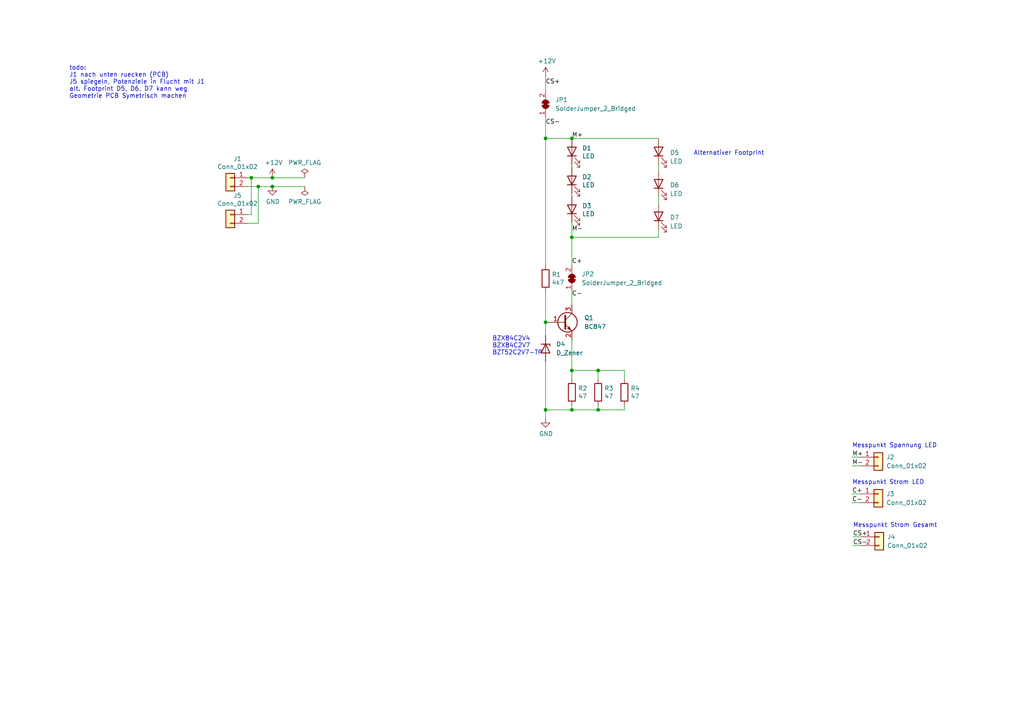
<source format=kicad_sch>
(kicad_sch (version 20231120) (generator "eeschema") (generator_version "8.0")
  (paper "A4")
  (lib_symbols
    (symbol "Connector_Generic:Conn_01x02" (pin_names (offset 1.016) hide)
      (property "Reference" "J" (at 0 2.54 0))
      (property "Value" "Conn_01x02" (at 0 -5.08 0))
      (symbol "Conn_01x02_1_1"
        (rectangle (start -1.27 -2.413) (end 0 -2.667) (stroke (width 0.1524)))
        (rectangle (start -1.27 0.127) (end 0 -0.127) (stroke (width 0.1524)))
        (rectangle (start -1.27 1.27) (end 1.27 -3.81) (stroke (width 0.254)) (fill (type background)))
        (pin passive line (at -5.08 0 0) (length 3.81) (name "Pin_1") (number "1"))
        (pin passive line (at -5.08 -2.54 0) (length 3.81) (name "Pin_2") (number "2"))
      )
    )
    (symbol "Device:D_Zener" (pin_numbers hide) (pin_names (offset 1.016) hide)
      (property "Reference" "D" (at 0 2.54 0))
      (property "Value" "D_Zener" (at 0 -2.54 0))
      (symbol "D_Zener_0_1"
        (polyline (pts (xy 1.27 0) (xy -1.27 0)))
        (polyline (pts (xy -1.27 -1.27) (xy -1.27 1.27) (xy -0.762 1.27)) (stroke (width 0.254)))
        (polyline (pts (xy 1.27 -1.27) (xy 1.27 1.27) (xy -1.27 0) (xy 1.27 -1.27)) (stroke (width 0.254)))
      )
      (symbol "D_Zener_1_1"
        (pin passive line (at -3.81 0 0) (length 2.54) (name "K") (number "1"))
        (pin passive line (at 3.81 0 180) (length 2.54) (name "A") (number "2"))
      )
    )
    (symbol "Device:LED" (pin_numbers hide) (pin_names (offset 1.016) hide)
      (property "Reference" "D" (at 0 2.54 0))
      (property "Value" "LED" (at 0 -2.54 0))
      (symbol "LED_0_1"
        (polyline (pts (xy -1.27 -1.27) (xy -1.27 1.27)) (stroke (width 0.254)))
        (polyline (pts (xy -1.27 0) (xy 1.27 0)))
        (polyline (pts (xy 1.27 -1.27) (xy 1.27 1.27) (xy -1.27 0) (xy 1.27 -1.27)) (stroke (width 0.254)))
        (polyline (pts (xy -3.048 -0.762) (xy -4.572 -2.286) (xy -3.81 -2.286) (xy -4.572 -2.286) (xy -4.572 -1.524)))
        (polyline (pts (xy -1.778 -0.762) (xy -3.302 -2.286) (xy -2.54 -2.286) (xy -3.302 -2.286) (xy -3.302 -1.524)))
      )
      (symbol "LED_1_1"
        (pin passive line (at -3.81 0 0) (length 2.54) (name "K") (number "1"))
        (pin passive line (at 3.81 0 180) (length 2.54) (name "A") (number "2"))
      )
    )
    (symbol "Device:R" (pin_numbers hide) (pin_names (offset 0))
      (property "Reference" "R" (at 2.032 0 90))
      (property "Value" "R" (at 0 0 90))
      (symbol "R_0_1"
        (rectangle (start -1.016 -2.54) (end 1.016 2.54) (stroke (width 0.254)))
      )
      (symbol "R_1_1"
        (pin passive line (at 0 3.81 270) (length 1.27) (name "~") (number "1"))
        (pin passive line (at 0 -3.81 90) (length 1.27) (name "~") (number "2"))
      )
    )
    (symbol "Jumper:SolderJumper_2_Bridged" (pin_names (offset 0) hide)
      (property "Reference" "JP" (at 0 2.032 0))
      (property "Value" "SolderJumper_2_Bridged" (at 0 -2.54 0))
      (symbol "SolderJumper_2_Bridged_0_1"
        (rectangle (start -0.508 0.508) (end 0.508 -0.508) (fill (type outline)))
        (arc (start -0.254 1.016) (mid -1.2655 0) (end -0.254 -1.016))
        (arc (start -0.254 1.016) (mid -1.2655 0) (end -0.254 -1.016) (fill (type outline)))
        (polyline (pts (xy -0.254 1.016) (xy -0.254 -1.016)))
        (polyline (pts (xy 0.254 1.016) (xy 0.254 -1.016)))
        (arc (start 0.254 -1.016) (mid 1.2655 0) (end 0.254 1.016))
        (arc (start 0.254 -1.016) (mid 1.2655 0) (end 0.254 1.016) (fill (type outline)))
      )
      (symbol "SolderJumper_2_Bridged_1_1"
        (pin passive line (at -3.81 0 0) (length 2.54) (name "A") (number "1"))
        (pin passive line (at 3.81 0 180) (length 2.54) (name "B") (number "2"))
      )
    )
    (symbol "Transistor_BJT:BC847" (pin_names (offset 0) hide)
      (property "Reference" "Q" (at 5.08 1.905 0))
      (property "Value" "BC847" (at 5.08 0 0))
      (symbol "BC847_0_1"
        (polyline (pts (xy 0.635 0.635) (xy 2.54 2.54)))
        (polyline (pts (xy 0.635 -0.635) (xy 2.54 -2.54) (xy 2.54 -2.54)))
        (polyline (pts (xy 0.635 1.905) (xy 0.635 -1.905) (xy 0.635 -1.905)) (stroke (width 0.508)))
        (polyline (pts (xy 1.27 -1.778) (xy 1.778 -1.27) (xy 2.286 -2.286) (xy 1.27 -1.778) (xy 1.27 -1.778)) (fill (type outline)))
        (circle (center 1.27 0) (radius 2.8194) (stroke (width 0.254)))
      )
      (symbol "BC847_1_1"
        (pin input line (at -5.08 0 0) (length 5.715) (name "B") (number "1"))
        (pin passive line (at 2.54 -5.08 90) (length 2.54) (name "E") (number "2"))
        (pin passive line (at 2.54 5.08 270) (length 2.54) (name "C") (number "3"))
      )
    )
    (symbol "power:+12V" (power) (pin_names (offset 0))
      (property "Value" "+12V" (at 0 3.556 0))
      (symbol "+12V_0_1"
        (polyline (pts (xy -0.762 1.27) (xy 0 2.54)))
        (polyline (pts (xy 0 0) (xy 0 2.54)))
        (polyline (pts (xy 0 2.54) (xy 0.762 1.27)))
      )
      (symbol "+12V_1_1"
        (pin power_in line (at 0 0 90) (length 0) hide (name "+12V") (number "1"))
      )
    )
    (symbol "power:GND" (power) (pin_names (offset 0))
      (property "Value" "GND" (at 0 -3.81 0))
      (symbol "GND_0_1"
        (polyline (pts (xy 0 0) (xy 0 -1.27) (xy 1.27 -1.27) (xy 0 -2.54) (xy -1.27 -1.27) (xy 0 -1.27)))
      )
      (symbol "GND_1_1"
        (pin power_in line (at 0 0 270) (length 0) hide (name "GND") (number "1"))
      )
    )
    (symbol "power:PWR_FLAG" (power) (pin_numbers hide) (pin_names (offset 0) hide)
      (property "Value" "PWR_FLAG" (at 0 3.81 0))
      (symbol "PWR_FLAG_0_0"
        (pin power_out line (at 0 0 90) (length 0) (name "pwr") (number "1"))
      )
      (symbol "PWR_FLAG_0_1"
        (polyline (pts (xy 0 0) (xy 0 1.27) (xy -1.016 1.905) (xy 0 2.54) (xy 1.016 1.905) (xy 0 1.27)))
      )
    )
  )
  (junction (at 158.242 40.132))
  (junction (at 173.482 118.872))
  (junction (at 165.862 40.132))
  (junction (at 165.862 107.442))
  (junction (at 165.862 118.872))
  (junction (at 72.898 51.562))
  (junction (at 158.242 118.872))
  (junction (at 158.242 93.472))
  (junction (at 78.994 51.562))
  (junction (at 173.482 107.442))
  (junction (at 78.994 54.102))
  (junction (at 165.862 68.834))
  (junction (at 74.93 54.102))
  (wire (pts (xy 247.396 155.702) (xy 249.936 155.702)))
  (wire (pts (xy 181.102 109.982) (xy 181.102 107.442)))
  (wire (pts (xy 173.482 117.602) (xy 173.482 118.872)))
  (wire (pts (xy 165.862 68.834) (xy 165.862 76.962)))
  (wire (pts (xy 165.862 98.552) (xy 165.862 107.442)))
  (wire (pts (xy 191.008 47.752) (xy 191.008 49.53)))
  (wire (pts (xy 247.396 158.242) (xy 249.936 158.242)))
  (wire (pts (xy 247.142 143.256) (xy 249.682 143.256)))
  (wire (pts (xy 158.242 93.472) (xy 158.242 97.282)))
  (wire (pts (xy 78.994 51.562) (xy 88.392 51.562)))
  (wire (pts (xy 165.862 107.442) (xy 165.862 109.982)))
  (wire (pts (xy 191.008 57.15) (xy 191.008 58.928)))
  (wire (pts (xy 247.142 132.588) (xy 249.682 132.588)))
  (wire (pts (xy 71.882 54.102) (xy 74.93 54.102)))
  (wire (pts (xy 165.862 48.514) (xy 165.862 47.752)))
  (wire (pts (xy 191.008 66.548) (xy 191.008 68.834)))
  (wire (pts (xy 158.242 76.962) (xy 158.242 40.132)))
  (wire (pts (xy 71.882 51.562) (xy 72.898 51.562)))
  (wire (pts (xy 71.882 62.23) (xy 72.898 62.23)))
  (wire (pts (xy 181.102 118.872) (xy 173.482 118.872)))
  (wire (pts (xy 158.242 121.412) (xy 158.242 118.872)))
  (wire (pts (xy 158.242 22.098) (xy 158.242 26.416)))
  (wire (pts (xy 72.898 51.562) (xy 72.898 62.23)))
  (wire (pts (xy 158.242 104.902) (xy 158.242 118.872)))
  (wire (pts (xy 165.862 56.896) (xy 165.862 56.134)))
  (wire (pts (xy 71.882 64.77) (xy 74.93 64.77)))
  (wire (pts (xy 181.102 107.442) (xy 173.482 107.442)))
  (wire (pts (xy 72.898 51.562) (xy 78.994 51.562)))
  (wire (pts (xy 247.142 145.796) (xy 249.682 145.796)))
  (wire (pts (xy 74.93 54.102) (xy 78.994 54.102)))
  (wire (pts (xy 158.242 40.132) (xy 165.862 40.132)))
  (wire (pts (xy 165.862 84.582) (xy 165.862 88.392)))
  (wire (pts (xy 158.242 34.036) (xy 158.242 40.132)))
  (wire (pts (xy 165.862 40.132) (xy 191.008 40.132)))
  (wire (pts (xy 74.93 64.77) (xy 74.93 54.102)))
  (wire (pts (xy 181.102 117.602) (xy 181.102 118.872)))
  (wire (pts (xy 165.862 118.872) (xy 165.862 117.602)))
  (wire (pts (xy 173.482 107.442) (xy 165.862 107.442)))
  (wire (pts (xy 78.994 54.102) (xy 88.392 54.102)))
  (wire (pts (xy 173.482 118.872) (xy 165.862 118.872)))
  (wire (pts (xy 247.142 135.128) (xy 249.682 135.128)))
  (wire (pts (xy 158.242 84.582) (xy 158.242 93.472)))
  (wire (pts (xy 173.482 109.982) (xy 173.482 107.442)))
  (wire (pts (xy 165.862 64.516) (xy 165.862 68.834)))
  (wire (pts (xy 158.242 118.872) (xy 165.862 118.872)))
  (wire (pts (xy 191.008 68.834) (xy 165.862 68.834)))
  (text "Messpunkt Strom LED" (at 247.142 140.716 0) (effects (font (size 1.27 1.27)) (justify left bottom)))
  (text "Alternativer Footprint" (at 201.168 45.212 0) (effects (font (size 1.27 1.27)) (justify left bottom)))
  (text "BZX84C2V4\nBZX84C2V7\nBZT52C2V7-TP" (at 142.748 103.124 0) (effects (font (size 1.27 1.27)) (justify left bottom)))
  (text "Messpunkt Spannung LED" (at 247.142 130.048 0) (effects (font (size 1.27 1.27)) (justify left bottom)))
  (text "todo:\nJ1 nach unten ruecken (PCB)\nJ5 spiegeln, Potenziele in Flucht mit J1\nalt. Footprint D5, D6, D7 kann weg\nGeometrie PCB Symetrisch machen" (at 20.066 28.702 0) (effects (font (size 1.27 1.27)) (justify left bottom)))
  (text "Messpunkt Strom Gesamt" (at 247.396 153.162 0) (effects (font (size 1.27 1.27)) (justify left bottom)))
  (label "M+" (at 247.142 132.588 0))
  (label "C+" (at 247.142 143.256 0))
  (label "C+" (at 165.862 76.708 0))
  (label "M-" (at 247.142 135.128 0))
  (label "M+" (at 165.862 40.132 0))
  (label "CS+" (at 247.396 155.702 0))
  (label "C-" (at 247.142 145.796 0))
  (label "CS+" (at 158.242 24.638 0))
  (label "CS-" (at 247.396 158.242 0))
  (label "C-" (at 165.862 86.106 0))
  (label "M-" (at 165.862 67.31 0))
  (label "CS-" (at 158.242 36.322 0))
  (symbol (lib_id "power:PWR_FLAG") (at 88.392 54.102 180) (unit 1)
    (property "Reference" "#FLG02" (effects (hide yes)))
    (property "Value" "PWR_FLAG" (at 88.392 58.4962 0))
  )
  (symbol (lib_id "Device:R") (at 165.862 113.792 0) (unit 1)
    (property "Reference" "R2" (at 167.64 112.6236 0) (effects (justify left)))
    (property "Value" "47" (at 167.64 114.935 0) (effects (justify left)))
    (property "Footprint" "Resistor_SMD:R_1206_3216Metric_Pad1.30x1.75mm_HandSolder" (effects (hide yes)))
  )
  (symbol (lib_id "power:PWR_FLAG") (at 88.392 51.562 0) (unit 1)
    (property "Reference" "#FLG01" (effects (hide yes)))
    (property "Value" "PWR_FLAG" (at 88.392 47.1678 0))
  )
  (symbol (lib_id "Connector_Generic:Conn_01x02") (at 254.762 143.256 0) (unit 1)
    (property "Reference" "J3" (at 257.048 143.2559 0) (effects (justify left)))
    (property "Value" "Conn_01x02" (at 257.048 145.7959 0) (effects (justify left)))
    (property "Footprint" "Connector_PinHeader_2.54mm:PinHeader_1x02_P2.54mm_Vertical" (effects (hide yes)))
  )
  (symbol (lib_id "power:GND") (at 78.994 54.102 0) (unit 1)
    (property "Reference" "#PWR03" (effects (hide yes)))
    (property "Value" "GND" (at 79.121 58.4962 0))
  )
  (symbol (lib_id "Jumper:SolderJumper_2_Bridged") (at 158.242 30.226 90) (unit 1)
    (property "Reference" "JP1" (at 161.036 28.9559 90) (effects (justify right)))
    (property "Value" "SolderJumper_2_Bridged" (at 161.036 31.4959 90) (effects (justify right)))
    (property "Footprint" "Jumper:SolderJumper-2_P1.3mm_Bridged2Bar_RoundedPad1.0x1.5mm" (effects (hide yes)))
  )
  (symbol (lib_id "Transistor_BJT:BC847") (at 163.322 93.472 0) (unit 1)
    (property "Reference" "Q1" (at 169.418 92.2019 0) (effects (justify left)))
    (property "Value" "BC847" (at 169.418 94.7419 0) (effects (justify left)))
    (property "Footprint" "Package_TO_SOT_SMD:SOT-23_Handsoldering" (effects (hide yes)))
    (property "Datasheet" "http://www.infineon.com/dgdl/Infineon-BC847SERIES_BC848SERIES_BC849SERIES_BC850SERIES-DS-v01_01-en.pdf?fileId=db3a304314dca389011541d4630a1657" (effects (hide yes)))
  )
  (symbol (lib_id "Device:LED") (at 191.008 62.738 90) (unit 1)
    (property "Reference" "D7" (at 194.31 63.0554 90) (effects (justify right)))
    (property "Value" "LED" (at 194.31 65.5954 90) (effects (justify right)))
    (property "Footprint" "LED_SMD_LMWB:LED_PLCC_2835_Handsoldering_XL" (effects (hide yes)))
  )
  (symbol (lib_id "Device:LED") (at 191.008 43.942 90) (unit 1)
    (property "Reference" "D5" (at 194.31 44.2594 90) (effects (justify right)))
    (property "Value" "LED" (at 194.31 46.7994 90) (effects (justify right)))
    (property "Footprint" "LED_SMD_LMWB:LED_PLCC_2835_Handsoldering_XL" (effects (hide yes)))
  )
  (symbol (lib_id "Device:LED") (at 165.862 60.706 90) (unit 1)
    (property "Reference" "D3" (at 168.8592 59.7154 90) (effects (justify right)))
    (property "Value" "LED" (at 168.8592 62.0268 90) (effects (justify right)))
    (property "Footprint" "LED_SMD_LMWB:LED_3528_Handsolder_XL" (effects (hide yes)))
  )
  (symbol (lib_id "power:GND") (at 158.242 121.412 0) (unit 1)
    (property "Reference" "#PWR04" (effects (hide yes)))
    (property "Value" "GND" (at 158.369 125.8062 0))
  )
  (symbol (lib_id "Device:R") (at 173.482 113.792 0) (unit 1)
    (property "Reference" "R3" (at 175.26 112.6236 0) (effects (justify left)))
    (property "Value" "47" (at 175.26 114.935 0) (effects (justify left)))
    (property "Footprint" "Resistor_SMD:R_1206_3216Metric_Pad1.30x1.75mm_HandSolder" (effects (hide yes)))
  )
  (symbol (lib_id "Device:LED") (at 165.862 52.324 90) (unit 1)
    (property "Reference" "D2" (at 168.8592 51.3334 90) (effects (justify right)))
    (property "Value" "LED" (at 168.8592 53.6448 90) (effects (justify right)))
    (property "Footprint" "LED_SMD_LMWB:LED_3528_Handsolder_XL" (effects (hide yes)))
  )
  (symbol (lib_id "power:+12V") (at 78.994 51.562 0) (unit 1)
    (property "Reference" "#PWR02" (effects (hide yes)))
    (property "Value" "+12V" (at 79.375 47.1678 0))
  )
  (symbol (lib_id "Connector_Generic:Conn_01x02") (at 254.762 132.588 0) (unit 1)
    (property "Reference" "J2" (at 257.048 132.5879 0) (effects (justify left)))
    (property "Value" "Conn_01x02" (at 257.048 135.1279 0) (effects (justify left)))
    (property "Footprint" "Connector_PinHeader_2.54mm:PinHeader_1x02_P2.54mm_Vertical" (effects (hide yes)))
  )
  (symbol (lib_id "Device:R") (at 181.102 113.792 0) (unit 1)
    (property "Reference" "R4" (at 182.88 112.6236 0) (effects (justify left)))
    (property "Value" "47" (at 182.88 114.935 0) (effects (justify left)))
    (property "Footprint" "Resistor_SMD:R_1206_3216Metric_Pad1.30x1.75mm_HandSolder" (effects (hide yes)))
  )
  (symbol (lib_id "Connector_Generic:Conn_01x02") (at 66.802 51.562 0) (mirror y) (unit 1)
    (property "Reference" "J1" (at 68.8848 46.0502 0))
    (property "Value" "Conn_01x02" (at 68.8848 48.3616 0))
    (property "Footprint" "Connector_PinHeader_2.54mm:PinHeader_1x02_P2.54mm_Horizontal" (effects (hide yes)))
  )
  (symbol (lib_id "Jumper:SolderJumper_2_Bridged") (at 165.862 80.772 90) (unit 1)
    (property "Reference" "JP2" (at 168.656 79.5019 90) (effects (justify right)))
    (property "Value" "SolderJumper_2_Bridged" (at 168.656 82.0419 90) (effects (justify right)))
    (property "Footprint" "Jumper:SolderJumper-2_P1.3mm_Bridged2Bar_RoundedPad1.0x1.5mm" (effects (hide yes)))
  )
  (symbol (lib_id "Device:LED") (at 165.862 43.942 90) (unit 1)
    (property "Reference" "D1" (at 168.8592 42.9514 90) (effects (justify right)))
    (property "Value" "LED" (at 168.8592 45.2628 90) (effects (justify right)))
    (property "Footprint" "LED_SMD_LMWB:LED_3528_Handsolder_XL" (effects (hide yes)))
  )
  (symbol (lib_id "Connector_Generic:Conn_01x02") (at 66.802 62.23 0) (mirror y) (unit 1)
    (property "Reference" "J5" (at 68.8848 56.7182 0))
    (property "Value" "Conn_01x02" (at 68.8848 59.0296 0))
    (property "Footprint" "Connector_PinHeader_2.54mm:PinHeader_1x02_P2.54mm_Horizontal" (effects (hide yes)))
  )
  (symbol (lib_id "Device:R") (at 158.242 80.772 0) (unit 1)
    (property "Reference" "R1" (at 160.02 79.6036 0) (effects (justify left)))
    (property "Value" "4k7" (at 160.02 81.915 0) (effects (justify left)))
    (property "Footprint" "Resistor_SMD:R_1206_3216Metric_Pad1.30x1.75mm_HandSolder" (effects (hide yes)))
  )
  (symbol (lib_id "Connector_Generic:Conn_01x02") (at 255.016 155.702 0) (unit 1)
    (property "Reference" "J4" (at 257.302 155.7019 0) (effects (justify left)))
    (property "Value" "Conn_01x02" (at 257.302 158.2419 0) (effects (justify left)))
    (property "Footprint" "Connector_PinHeader_2.54mm:PinHeader_1x02_P2.54mm_Vertical" (effects (hide yes)))
  )
  (symbol (lib_id "Device:LED") (at 191.008 53.34 90) (unit 1)
    (property "Reference" "D6" (at 194.31 53.6574 90) (effects (justify right)))
    (property "Value" "LED" (at 194.31 56.1974 90) (effects (justify right)))
    (property "Footprint" "LED_SMD_LMWB:LED_PLCC_2835_Handsoldering_XL" (effects (hide yes)))
  )
  (symbol (lib_id "Device:D_Zener") (at 158.242 101.092 270) (unit 1)
    (property "Reference" "D4" (at 161.29 99.8219 90) (effects (justify left)))
    (property "Value" "D_Zener" (at 161.29 102.3619 90) (effects (justify left)))
    (property "Footprint" "LED_SMD_LMWB:D_SOD-123_Handsolder" (effects (hide yes)))
  )
  (symbol (lib_id "power:+12V") (at 158.242 22.098 0) (unit 1)
    (property "Reference" "#PWR01" (effects (hide yes)))
    (property "Value" "+12V" (at 158.623 17.7038 0))
  )
)
</source>
